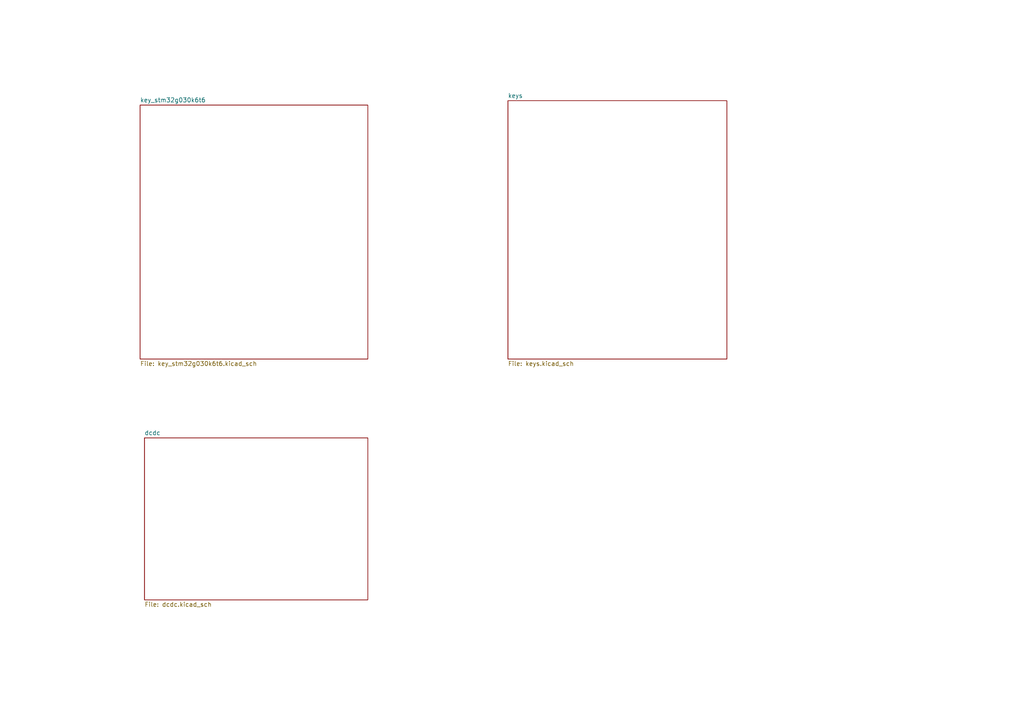
<source format=kicad_sch>
(kicad_sch (version 20211123) (generator eeschema)
  (paper "A4")
  (lib_symbols)
  (sheet (at 41.91 127) (size 64.77 46.99) (stroke (width 0.1524))
    (property "Sheet name" "dcdc" (at 41.91 126.2884 0) (effects (justify left bottom)))
    (property "Sheet file" "dcdc.kicad_sch" (at 41.91 174.5746 0) (effects (justify left top)))
  )
  (sheet (at 147.32 29.21) (size 63.5 74.93) (stroke (width 0.1524))
    (property "Sheet name" "keys" (at 147.32 28.4984 0) (effects (justify left bottom)))
    (property "Sheet file" "keys.kicad_sch" (at 147.32 104.7246 0) (effects (justify left top)))
  )
  (sheet (at 40.64 30.48) (size 66.04 73.66) (stroke (width 0.1524))
    (property "Sheet name" "key_stm32g030k6t6" (at 40.64 29.7684 0) (effects (justify left bottom)))
    (property "Sheet file" "key_stm32g030k6t6.kicad_sch" (at 40.64 104.7246 0) (effects (justify left top)))
  )
)
</source>
